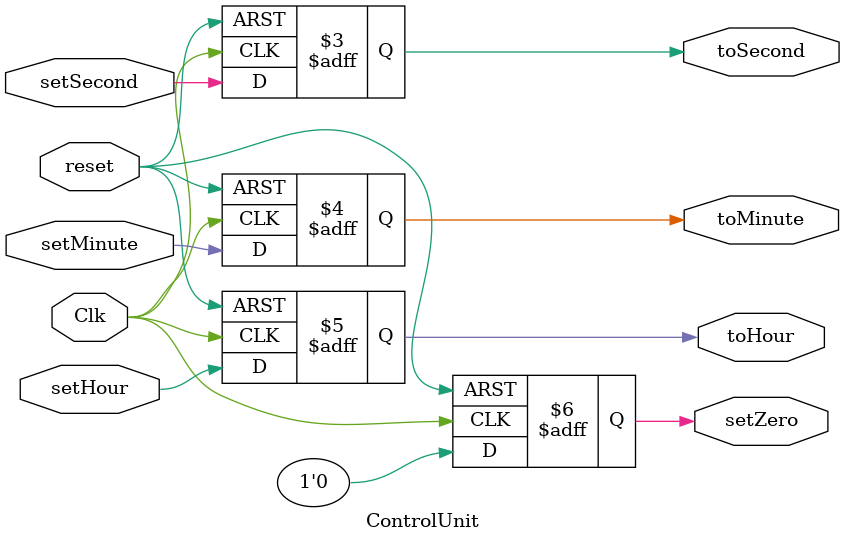
<source format=v>
`timescale 1ns / 1ps

module ControlUnit(
setSecond,setMinute,setHour,Clk,reset,toSecond,toMinute,toHour,setZero
    );
    
    input setSecond,setMinute,setHour,Clk,reset;
    output toSecond,toMinute,toHour,setZero;
    reg toSecond,toMinute,toHour,setZero;
    
    always@(posedge Clk,posedge reset)
    if(reset==1)
    begin
    toSecond<=0;
    toMinute<=0;
    toHour<=0;
    setZero<=1;
    end
    else
    begin
    toSecond<=setSecond;
    toMinute<=setMinute;
    toHour<=setHour;
    setZero<=0;
    end
    
    
    
    
    
    
endmodule
</source>
